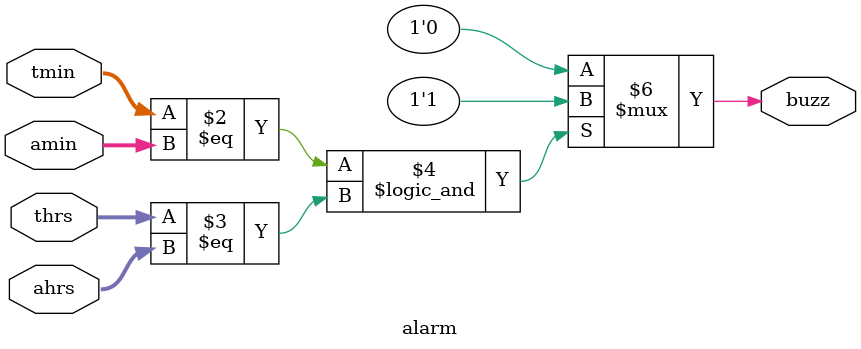
<source format=sv>
module alarm(
  input[6:0]   tmin,
               amin,
			   thrs,
			   ahrs,						 
  output logic buzz
);

  always_comb begin
    //buzz = 0;
    /* fill in the guts:
	buzz = 1 when tmin and thrs match amin and ahrs, respectively */
    if (tmin == amin && thrs == ahrs) buzz = 1;
    else buzz = 0;
  end
endmodule
</source>
